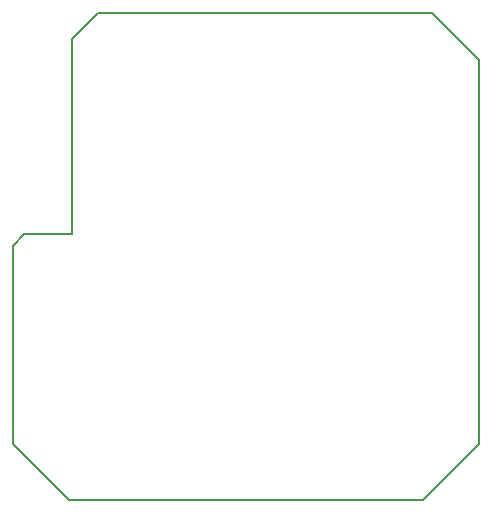
<source format=gm1>
G04 #@! TF.FileFunction,Profile,NP*
%FSLAX46Y46*%
G04 Gerber Fmt 4.6, Leading zero omitted, Abs format (unit mm)*
G04 Created by KiCad (PCBNEW 4.0.7) date 05/10/18 10:09:07*
%MOMM*%
%LPD*%
G01*
G04 APERTURE LIST*
%ADD10C,0.200000*%
%ADD11C,0.150000*%
G04 APERTURE END LIST*
D10*
D11*
X121500000Y-65000000D02*
X125500000Y-69000000D01*
X125500000Y-101500000D02*
X120750000Y-106250000D01*
X125500000Y-101500000D02*
X125500000Y-69000000D01*
X90750000Y-106250000D02*
X86000000Y-101500000D01*
X90750000Y-106250000D02*
X120750000Y-106250000D01*
X91000000Y-67250000D02*
X91000000Y-68000000D01*
X93250000Y-65000000D02*
X121000000Y-65000000D01*
X93250000Y-65000000D02*
X91000000Y-67250000D01*
X121500000Y-65000000D02*
X121000000Y-65000000D01*
X86000000Y-84750000D02*
X86000000Y-101500000D01*
X87000000Y-83750000D02*
X91000000Y-83750000D01*
X86000000Y-84750000D02*
X87000000Y-83750000D01*
X91000000Y-82750000D02*
X91000000Y-83000000D01*
X91000000Y-83000000D02*
X91000000Y-82750000D01*
X91000000Y-83750000D02*
X91000000Y-83000000D01*
X91000000Y-82900000D02*
X91000000Y-68000000D01*
M02*

</source>
